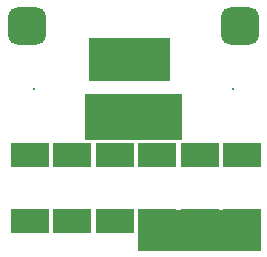
<source format=gts>
G04*
G04 #@! TF.GenerationSoftware,Altium Limited,CircuitStudio,1.5.2 (30)*
G04*
G04 Layer_Color=8388736*
%FSLAX25Y25*%
%MOIN*%
G70*
G01*
G75*
G04:AMPARAMS|DCode=15|XSize=126.11mil|YSize=126.11mil|CornerRadius=33.53mil|HoleSize=0mil|Usage=FLASHONLY|Rotation=180.000|XOffset=0mil|YOffset=0mil|HoleType=Round|Shape=RoundedRectangle|*
%AMROUNDEDRECTD15*
21,1,0.12611,0.05906,0,0,180.0*
21,1,0.05906,0.12611,0,0,180.0*
1,1,0.06706,-0.02953,0.02953*
1,1,0.06706,0.02953,0.02953*
1,1,0.06706,0.02953,-0.02953*
1,1,0.06706,-0.02953,-0.02953*
%
%ADD15ROUNDEDRECTD15*%
%ADD16R,0.12611X0.07847*%
%ADD17C,0.00800*%
G36*
X294488Y335827D02*
X253543D01*
Y349606D01*
X294488D01*
Y335827D01*
D02*
G37*
G36*
X268110Y372835D02*
X235827D01*
Y388189D01*
X268110D01*
Y372835D01*
D02*
G37*
G36*
X264173Y392520D02*
X237008D01*
Y406693D01*
X264173D01*
Y392520D01*
D02*
G37*
D15*
X287402Y410630D02*
D03*
X216535D02*
D03*
D16*
X217323Y345669D02*
D03*
Y367717D02*
D03*
X231496Y345669D02*
D03*
Y367717D02*
D03*
X245669Y345669D02*
D03*
Y367717D02*
D03*
X259842Y345669D02*
D03*
Y367717D02*
D03*
X274016Y345669D02*
D03*
Y367717D02*
D03*
X288188Y345669D02*
D03*
Y367716D02*
D03*
D17*
X285039Y389764D02*
D03*
X218898D02*
D03*
M02*

</source>
